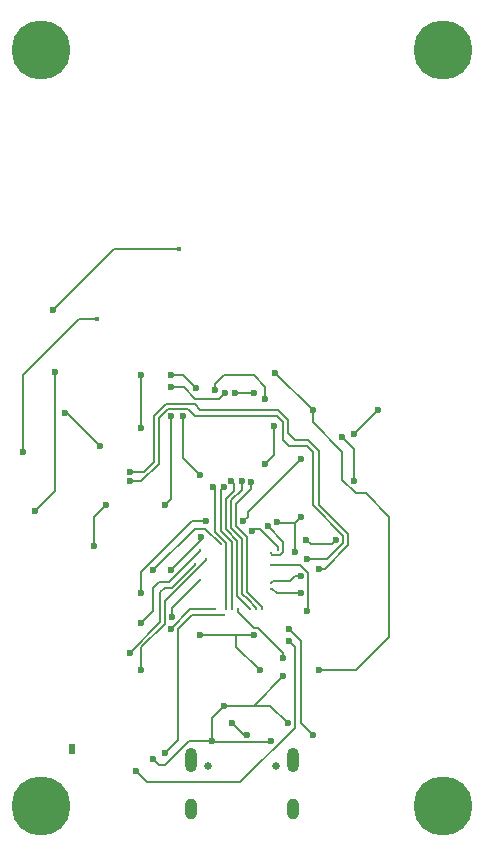
<source format=gbr>
%TF.GenerationSoftware,KiCad,Pcbnew,9.0.3*%
%TF.CreationDate,2025-07-18T22:25:21-07:00*%
%TF.ProjectId,kikard,6b696b61-7264-42e6-9b69-6361645f7063,rev?*%
%TF.SameCoordinates,Original*%
%TF.FileFunction,Copper,L2,Bot*%
%TF.FilePolarity,Positive*%
%FSLAX46Y46*%
G04 Gerber Fmt 4.6, Leading zero omitted, Abs format (unit mm)*
G04 Created by KiCad (PCBNEW 9.0.3) date 2025-07-18 22:25:21*
%MOMM*%
%LPD*%
G01*
G04 APERTURE LIST*
%TA.AperFunction,ComponentPad*%
%ADD10C,5.000000*%
%TD*%
%TA.AperFunction,ComponentPad*%
%ADD11C,0.400000*%
%TD*%
%TA.AperFunction,ComponentPad*%
%ADD12C,0.650000*%
%TD*%
%TA.AperFunction,ComponentPad*%
%ADD13O,1.000000X2.100000*%
%TD*%
%TA.AperFunction,ComponentPad*%
%ADD14O,1.000000X1.800000*%
%TD*%
%TA.AperFunction,ComponentPad*%
%ADD15R,0.500000X0.900000*%
%TD*%
%TA.AperFunction,ViaPad*%
%ADD16C,0.600000*%
%TD*%
%TA.AperFunction,ViaPad*%
%ADD17C,0.250000*%
%TD*%
%TA.AperFunction,Conductor*%
%ADD18C,0.200000*%
%TD*%
G04 APERTURE END LIST*
D10*
%TO.P,REF\u002A\u002A,1*%
%TO.N,N/C*%
X237000000Y-147000000D03*
%TD*%
D11*
%TO.P,AE2,1*%
%TO.N,NFC_ANT_1*%
X207700000Y-105800000D03*
%TO.P,AE2,2*%
%TO.N,NFC_ANT_2*%
X214700000Y-99800000D03*
%TD*%
D10*
%TO.P,REF\u002A\u002A,1*%
%TO.N,N/C*%
X203000000Y-83000000D03*
%TD*%
D12*
%TO.P,USB1,*%
%TO.N,*%
X217110000Y-143615000D03*
X222890000Y-143615000D03*
D13*
%TO.P,USB1,1,SHELL*%
%TO.N,GND*%
X215680000Y-143115000D03*
%TO.P,USB1,2,SHELL*%
X224320000Y-143115000D03*
D14*
%TO.P,USB1,3,SHELL*%
X215680000Y-147265000D03*
%TO.P,USB1,4,SHELL*%
X224320000Y-147265000D03*
%TD*%
D10*
%TO.P,REF\u002A\u002A,1*%
%TO.N,N/C*%
X237000000Y-83000000D03*
%TD*%
D15*
%TO.P,AE1,2,PCB_Trace*%
%TO.N,Net-(AE1-PCB_Trace)*%
X205625000Y-142150000D03*
%TD*%
D10*
%TO.P,REF\u002A\u002A,1*%
%TO.N,N/C*%
X203000000Y-147000000D03*
%TD*%
D16*
%TO.N,GND*%
X222000000Y-118000000D03*
X205000000Y-113680000D03*
X222975735Y-122975735D03*
X222731478Y-114840399D03*
D17*
X218200000Y-124850000D03*
D16*
X224500000Y-125500000D03*
X214000000Y-114000000D03*
X212500000Y-127000000D03*
X208000000Y-116500000D03*
X216500000Y-119000000D03*
X225000000Y-122500000D03*
X213500000Y-121500000D03*
X215000000Y-114000000D03*
%TO.N,NFC_ANT_1*%
X201500000Y-117000000D03*
%TO.N,NFC_ANT_2*%
X204150000Y-110230000D03*
X204000000Y-105000000D03*
X202500000Y-122000000D03*
%TO.N,Net-(U1-DECUSB)*%
X214000000Y-132000000D03*
D17*
X217700000Y-130350000D03*
D16*
%TO.N,VDD3.3v*%
X221000000Y-132500000D03*
X221500000Y-135500000D03*
X216500000Y-132500000D03*
X220100000Y-122900000D03*
X225000000Y-117600000D03*
%TO.N,vusb*%
X217500000Y-141500000D03*
X222500000Y-141500000D03*
X212500000Y-143000000D03*
X218500000Y-138500000D03*
X223900000Y-140000000D03*
X226000000Y-113500000D03*
X223500000Y-136000000D03*
X226500000Y-135500000D03*
X222801735Y-110301735D03*
%TO.N,Net-(U2-VDD_DR)*%
X217750000Y-111750000D03*
X222000000Y-112500000D03*
%TO.N,Net-(U2-VDD_AM)*%
X221000000Y-112000000D03*
X219400000Y-112000000D03*
%TO.N,Net-(U2-XTI)*%
X228500000Y-115758450D03*
X229500000Y-119500000D03*
%TO.N,Net-(U2-XTO)*%
X231500000Y-113500000D03*
X229500000Y-115500000D03*
%TO.N,Net-(U1-XC1)*%
X228000000Y-124500000D03*
X225455000Y-124455000D03*
D17*
%TO.N,Net-(U1-P0.00{slash}XL1)*%
X216000000Y-126500000D03*
D16*
X210500000Y-134000000D03*
%TO.N,Net-(U1-P0.01{slash}XL2)*%
X211500000Y-135500000D03*
D17*
X216950000Y-126100000D03*
D16*
%TO.N,DCC*%
X217000000Y-122900000D03*
D17*
X223096256Y-125288769D03*
D16*
X211500000Y-129000000D03*
X220869121Y-123717651D03*
%TO.N,Net-(U1-DEC3)*%
X222174265Y-123325735D03*
D17*
X222450000Y-125600000D03*
D16*
%TO.N,Net-(U1-DEC1)*%
X211500000Y-131500000D03*
D17*
X216450000Y-125350000D03*
D16*
%TO.N,Net-(U1-ANT)*%
X225500000Y-130500000D03*
X224000000Y-133000000D03*
D17*
X222450000Y-126600000D03*
D16*
X211000000Y-144000000D03*
%TO.N,ST_RFI2*%
X211500000Y-115000000D03*
X211500000Y-110500000D03*
D17*
%TO.N,RESET*%
X219700000Y-130350000D03*
D16*
X223500000Y-134500000D03*
%TO.N,Net-(U1-DCC)*%
X216540156Y-124218905D03*
X214000000Y-127000000D03*
%TO.N,ST_RFO1*%
X214000000Y-111500000D03*
X218600000Y-112000000D03*
%TO.N,ST_RFO2*%
X214000000Y-110500000D03*
X216124265Y-111624265D03*
D17*
%TO.N,NEOPIXEL_1*%
X218450000Y-130850000D03*
D16*
X213500000Y-142500000D03*
%TO.N,NEOPIXEL_2*%
X224000000Y-132000000D03*
X226000000Y-141000000D03*
%TO.N,NFC_SW*%
X214102000Y-131000000D03*
X207500000Y-125000000D03*
X208500000Y-121500000D03*
D17*
X216450000Y-127850000D03*
D16*
%TO.N,NRF_NFC_1*%
X210500000Y-118699997D03*
X226500000Y-126900000D03*
%TO.N,NRF_NFC_2*%
X210500000Y-119500000D03*
X225500000Y-126100000D03*
D17*
%TO.N,BUTTON_1*%
X222450000Y-128600000D03*
D16*
X225000000Y-129000000D03*
%TO.N,BUTTON_3*%
X225000000Y-127500000D03*
D17*
X222450000Y-128100000D03*
%TO.N,MISO*%
X221700000Y-130350000D03*
D16*
X220786793Y-119529761D03*
%TO.N,SCLK*%
X219114579Y-119487851D03*
D17*
X220700000Y-130350000D03*
%TO.N,CS*%
X219200000Y-130350000D03*
D16*
X218500000Y-120000000D03*
%TO.N,D-*%
X219150000Y-140000000D03*
X220400000Y-141000000D03*
%TO.N,IRQ*%
X217543849Y-119979567D03*
D17*
X218700000Y-130350000D03*
D16*
%TO.N,MOSI*%
X219991063Y-119447187D03*
D17*
X221200000Y-130350000D03*
%TD*%
D18*
%TO.N,vusb*%
X217500000Y-141500000D02*
X215500000Y-141500000D01*
X215500000Y-141500000D02*
X213500000Y-143500000D01*
X213500000Y-143500000D02*
X213000000Y-143500000D01*
X213000000Y-143500000D02*
X212500000Y-143000000D01*
%TO.N,GND*%
X215000000Y-117500000D02*
X215000000Y-114000000D01*
X214000000Y-114000000D02*
X214000000Y-121000000D01*
X223000000Y-123000000D02*
X224500000Y-123000000D01*
X224500000Y-123000000D02*
X224500000Y-125500000D01*
X218200000Y-124850000D02*
X216850000Y-123500000D01*
X222975735Y-122975735D02*
X223000000Y-123000000D01*
X216000000Y-123500000D02*
X212500000Y-127000000D01*
X214000000Y-121000000D02*
X213500000Y-121500000D01*
X215000000Y-117500000D02*
X216500000Y-119000000D01*
X225000000Y-122500000D02*
X224500000Y-123000000D01*
X208000000Y-116500000D02*
X205180000Y-113680000D01*
X222731478Y-114840399D02*
X222731478Y-117268522D01*
X216850000Y-123500000D02*
X216000000Y-123500000D01*
X222731478Y-117268522D02*
X222000000Y-118000000D01*
X205180000Y-113680000D02*
X205000000Y-113680000D01*
%TO.N,NFC_ANT_1*%
X201500000Y-117000000D02*
X201500000Y-110500000D01*
X206200000Y-105800000D02*
X207700000Y-105800000D01*
X201500000Y-110500000D02*
X206200000Y-105800000D01*
%TO.N,NFC_ANT_2*%
X202500000Y-122000000D02*
X204150000Y-120350000D01*
X204150000Y-120350000D02*
X204150000Y-110230000D01*
X209200000Y-99800000D02*
X214700000Y-99800000D01*
X204000000Y-105000000D02*
X209200000Y-99800000D01*
%TO.N,Net-(U1-DECUSB)*%
X217699998Y-130350002D02*
X215649998Y-130350002D01*
X215649998Y-130350002D02*
X214000000Y-132000000D01*
X217700000Y-130350000D02*
X217699998Y-130350002D01*
%TO.N,VDD3.3v*%
X220500000Y-122100000D02*
X225000000Y-117600000D01*
X220500000Y-122500000D02*
X220500000Y-122100000D01*
X219500000Y-132500000D02*
X216500000Y-132500000D01*
X219500000Y-132500000D02*
X219500000Y-133500000D01*
X219500000Y-133500000D02*
X221500000Y-135500000D01*
X220100000Y-122900000D02*
X220500000Y-122500000D01*
X221000000Y-132500000D02*
X219500000Y-132500000D01*
%TO.N,vusb*%
X217500000Y-139500000D02*
X218500000Y-138500000D01*
X229650057Y-120500000D02*
X230500000Y-120500000D01*
X222801735Y-110301735D02*
X226000000Y-113500000D01*
X217601000Y-141601000D02*
X217500000Y-141500000D01*
X226000000Y-113500000D02*
X226000000Y-114500000D01*
X230500000Y-120500000D02*
X232500000Y-122500000D01*
X229650057Y-135500000D02*
X226500000Y-135500000D01*
X223500000Y-136000000D02*
X221000000Y-138500000D01*
X221000000Y-138500000D02*
X218500000Y-138500000D01*
X228500000Y-117000000D02*
X228500000Y-119349943D01*
X232500000Y-122500000D02*
X232500000Y-132650057D01*
X223900000Y-140000000D02*
X222400000Y-138500000D01*
X228500000Y-119349943D02*
X229650057Y-120500000D01*
X226000000Y-114500000D02*
X228500000Y-117000000D01*
X217500000Y-141500000D02*
X217500000Y-139500000D01*
X222500000Y-141500000D02*
X222399000Y-141601000D01*
X222400000Y-138500000D02*
X221000000Y-138500000D01*
X222399000Y-141601000D02*
X217601000Y-141601000D01*
X232500000Y-132650057D02*
X229650057Y-135500000D01*
%TO.N,Net-(U2-VDD_DR)*%
X217750000Y-111250000D02*
X217750000Y-111750000D01*
X218500000Y-110500000D02*
X217750000Y-111250000D01*
X222000000Y-112500000D02*
X222000000Y-111500000D01*
X221000000Y-110500000D02*
X218500000Y-110500000D01*
X222000000Y-111500000D02*
X221000000Y-110500000D01*
%TO.N,Net-(U2-VDD_AM)*%
X219400000Y-112000000D02*
X221000000Y-112000000D01*
%TO.N,Net-(U2-XTI)*%
X228500000Y-115758450D02*
X229500000Y-116758450D01*
X229500000Y-116758450D02*
X229500000Y-119500000D01*
%TO.N,Net-(U2-XTO)*%
X231500000Y-113500000D02*
X229500000Y-115500000D01*
%TO.N,Net-(U1-XC1)*%
X228000000Y-124500000D02*
X227650000Y-124850000D01*
X225850000Y-124850000D02*
X225455000Y-124455000D01*
X227650000Y-124850000D02*
X225850000Y-124850000D01*
%TO.N,Net-(U1-P0.00{slash}XL1)*%
X213101000Y-128899000D02*
X213101000Y-131399000D01*
X216000000Y-126500000D02*
X216000000Y-126550000D01*
X214050000Y-128500000D02*
X213500000Y-128500000D01*
X213500000Y-128500000D02*
X213101000Y-128899000D01*
X216000000Y-126550000D02*
X214050000Y-128500000D01*
X213101000Y-131399000D02*
X210500000Y-134000000D01*
%TO.N,Net-(U1-P0.01{slash}XL2)*%
X211500000Y-133567100D02*
X211500000Y-135500000D01*
X216950000Y-126167100D02*
X214558550Y-128558550D01*
X216950000Y-126100000D02*
X216950000Y-126167100D01*
X213502000Y-131500000D02*
X213502000Y-131565100D01*
X213502000Y-131565100D02*
X211500000Y-133567100D01*
X214558550Y-128558550D02*
X213502000Y-129615100D01*
X213502000Y-129615100D02*
X213502000Y-131500000D01*
%TO.N,DCC*%
X221086772Y-123500000D02*
X220869121Y-123717651D01*
X217000000Y-122900000D02*
X215750057Y-122900000D01*
X221500000Y-123500000D02*
X221086772Y-123500000D01*
X211500000Y-127150057D02*
X211500000Y-129000000D01*
X215750057Y-122900000D02*
X211500000Y-127150057D01*
X223096256Y-125288769D02*
X223096256Y-125096256D01*
X223096256Y-125096256D02*
X221500000Y-123500000D01*
%TO.N,Net-(U1-DEC3)*%
X223522256Y-124673726D02*
X223522256Y-125465224D01*
X223249980Y-125737500D02*
X222587500Y-125737500D01*
X222174265Y-123325735D02*
X223522256Y-124673726D01*
X222587500Y-125737500D02*
X222450000Y-125600000D01*
X223522256Y-125465224D02*
X223249980Y-125737500D01*
%TO.N,Net-(U1-DEC1)*%
X211500000Y-131500000D02*
X212500000Y-130500000D01*
X213000000Y-128000000D02*
X213849943Y-128000000D01*
X213849943Y-128000000D02*
X216450000Y-125399943D01*
X212500000Y-128500000D02*
X213000000Y-128000000D01*
X216450000Y-125399943D02*
X216450000Y-125350000D01*
X212500000Y-130500000D02*
X212500000Y-128500000D01*
%TO.N,Net-(U1-ANT)*%
X225601000Y-127251057D02*
X225601000Y-130399000D01*
X224500000Y-133500000D02*
X224500000Y-140349943D01*
X219849943Y-145000000D02*
X215000000Y-145000000D01*
X222450000Y-126600000D02*
X224949943Y-126600000D01*
X224500000Y-140349943D02*
X219849943Y-145000000D01*
X212000000Y-145000000D02*
X211000000Y-144000000D01*
X224949943Y-126600000D02*
X225601000Y-127251057D01*
X225601000Y-130399000D02*
X225500000Y-130500000D01*
X215000000Y-145000000D02*
X212000000Y-145000000D01*
X224000000Y-133000000D02*
X224500000Y-133500000D01*
%TO.N,ST_RFI2*%
X211500000Y-115000000D02*
X211500000Y-110500000D01*
%TO.N,RESET*%
X223500000Y-134000000D02*
X221399000Y-131899000D01*
X221399000Y-131899000D02*
X221000000Y-131899000D01*
X221000000Y-131899000D02*
X219700000Y-130599000D01*
X223500000Y-134500000D02*
X223500000Y-134000000D01*
X219700000Y-130599000D02*
X219700000Y-130350000D01*
%TO.N,Net-(U1-DCC)*%
X216540156Y-124459844D02*
X214000000Y-127000000D01*
X216540156Y-124218905D02*
X216540156Y-124459844D01*
%TO.N,ST_RFO1*%
X216067100Y-112500000D02*
X218100000Y-112500000D01*
X214000000Y-111500000D02*
X215067100Y-111500000D01*
X218100000Y-112500000D02*
X218600000Y-112000000D01*
X215067100Y-111500000D02*
X216067100Y-112500000D01*
%TO.N,ST_RFO2*%
X215000000Y-110500000D02*
X216124265Y-111624265D01*
X214000000Y-110500000D02*
X215000000Y-110500000D01*
%TO.N,NEOPIXEL_1*%
X218450000Y-130850000D02*
X215751000Y-130850000D01*
X215751000Y-130850000D02*
X214601000Y-132000000D01*
X214601000Y-132000000D02*
X214601000Y-141399000D01*
X214601000Y-141399000D02*
X213500000Y-142500000D01*
%TO.N,NEOPIXEL_2*%
X225000000Y-140000000D02*
X225000000Y-139000000D01*
X226000000Y-141000000D02*
X225000000Y-140000000D01*
X225000000Y-139000000D02*
X225000000Y-133000000D01*
X225000000Y-133000000D02*
X224000000Y-132000000D01*
%TO.N,NFC_SW*%
X216450000Y-127850000D02*
X214102000Y-130198000D01*
X207500000Y-125000000D02*
X207500000Y-122500000D01*
X214102000Y-130198000D02*
X214102000Y-131000000D01*
X207500000Y-122500000D02*
X208500000Y-121500000D01*
%TO.N,NRF_NFC_1*%
X223067100Y-113500000D02*
X216500000Y-113500000D01*
X215998000Y-112998000D02*
X213584957Y-112998000D01*
X223901000Y-114333900D02*
X223067100Y-113500000D01*
X211716450Y-118716450D02*
X211699997Y-118699997D01*
X224500000Y-116000000D02*
X223901000Y-115401000D01*
X223901000Y-115401000D02*
X223901000Y-114500000D01*
X225567100Y-116000000D02*
X224500000Y-116000000D01*
X216500000Y-113500000D02*
X215998000Y-112998000D01*
X229002000Y-123934900D02*
X226533550Y-121466450D01*
X226533550Y-116966450D02*
X225567100Y-116000000D01*
X213584957Y-112998000D02*
X212599000Y-113983957D01*
X227017043Y-126900000D02*
X229002000Y-124915043D01*
X212599000Y-113983957D02*
X212599000Y-117833900D01*
X226533550Y-121466450D02*
X226533550Y-116966450D01*
X229002000Y-124915043D02*
X229002000Y-123934900D01*
X211699997Y-118699997D02*
X210500000Y-118699997D01*
X212599000Y-117833900D02*
X211716450Y-118716450D01*
X226500000Y-126900000D02*
X227017043Y-126900000D01*
X223901000Y-114500000D02*
X223901000Y-114333900D01*
%TO.N,NRF_NFC_2*%
X213000000Y-114150057D02*
X213000000Y-118000000D01*
X223500000Y-116000000D02*
X223500000Y-114500000D01*
X215399000Y-113399000D02*
X214500000Y-113399000D01*
X213000000Y-118000000D02*
X211500000Y-119500000D01*
X216000000Y-114000000D02*
X215500000Y-113500000D01*
X215500000Y-113500000D02*
X215399000Y-113399000D01*
X223500000Y-114500000D02*
X223000000Y-114000000D01*
X214500000Y-113399000D02*
X213751057Y-113399000D01*
X224000000Y-116500000D02*
X223500000Y-116000000D01*
X211500000Y-119500000D02*
X210500000Y-119500000D01*
X225500000Y-116500000D02*
X224000000Y-116500000D01*
X226000000Y-117000000D02*
X225500000Y-116500000D01*
X227249943Y-126100000D02*
X228601000Y-124748943D01*
X213751057Y-113399000D02*
X213000000Y-114150057D01*
X228601000Y-124748943D02*
X228601000Y-124101000D01*
X228601000Y-124101000D02*
X226000000Y-121500000D01*
X226000000Y-121500000D02*
X226000000Y-117000000D01*
X225500000Y-126100000D02*
X227249943Y-126100000D01*
X216500000Y-114000000D02*
X216000000Y-114000000D01*
X223000000Y-114000000D02*
X216500000Y-114000000D01*
%TO.N,BUTTON_1*%
X222548436Y-128600000D02*
X222948436Y-129000000D01*
X222450000Y-128600000D02*
X222548436Y-128600000D01*
X222948436Y-129000000D02*
X225000000Y-129000000D01*
%TO.N,BUTTON_3*%
X222625000Y-127925000D02*
X222450000Y-128100000D01*
X225000000Y-127500000D02*
X224500000Y-127500000D01*
X224500000Y-127500000D02*
X224075000Y-127925000D01*
X224075000Y-127925000D02*
X222625000Y-127925000D01*
%TO.N,MISO*%
X220403000Y-124182145D02*
X219610427Y-123389572D01*
X220786793Y-120110752D02*
X220786793Y-119529761D01*
X220403000Y-128835900D02*
X220403000Y-124514345D01*
X219500000Y-123279145D02*
X219500000Y-122000000D01*
X220403000Y-124514345D02*
X220403000Y-124182145D01*
X219500000Y-122000000D02*
X219500000Y-121397545D01*
X221700000Y-130350000D02*
X221700000Y-130132900D01*
X221700000Y-130132900D02*
X220403000Y-128835900D01*
X219610427Y-123389572D02*
X219500000Y-123279145D01*
X219500000Y-121397545D02*
X220786793Y-120110752D01*
%TO.N,SCLK*%
X219601000Y-129251000D02*
X219601000Y-125000000D01*
X218793327Y-123706672D02*
X218660777Y-123574122D01*
X218660777Y-123574122D02*
X218660777Y-121000000D01*
X219601000Y-124514345D02*
X218793327Y-123706672D01*
X220700000Y-130350000D02*
X219601000Y-129251000D01*
X218660777Y-121000000D02*
X219300003Y-120360774D01*
X219300003Y-119673275D02*
X219114579Y-119487851D01*
X219300003Y-120360774D02*
X219300003Y-119673275D01*
X219601000Y-125000000D02*
X219601000Y-124514345D01*
%TO.N,CS*%
X218259777Y-123740222D02*
X218259777Y-120240223D01*
X218259777Y-120240223D02*
X218500000Y-120000000D01*
X219200000Y-124680445D02*
X218259777Y-123740222D01*
X219200000Y-130350000D02*
X219200000Y-124680445D01*
%TO.N,D-*%
X220400000Y-141000000D02*
X220150000Y-141000000D01*
X220150000Y-141000000D02*
X219150000Y-140000000D01*
%TO.N,IRQ*%
X218700000Y-130350000D02*
X218700000Y-124747545D01*
X217708550Y-120144268D02*
X217543849Y-119979567D01*
X217743905Y-123791450D02*
X217708550Y-123791450D01*
X218700000Y-124747545D02*
X217743905Y-123791450D01*
X217708550Y-123791450D02*
X217708550Y-120144268D01*
%TO.N,MOSI*%
X221200000Y-130350000D02*
X221200000Y-130200000D01*
X219061777Y-121166100D02*
X219113939Y-121113938D01*
X221200000Y-130200000D02*
X220500000Y-129500000D01*
X220500000Y-129500000D02*
X220002000Y-129002000D01*
X219991063Y-120236814D02*
X219991063Y-119447187D01*
X219113939Y-121113938D02*
X219991063Y-120236814D01*
X220002000Y-129002000D02*
X220002000Y-125000000D01*
X220002000Y-124348245D02*
X219576877Y-123923122D01*
X219061777Y-123408022D02*
X219061777Y-121166100D01*
X220002000Y-125000000D02*
X220002000Y-124348245D01*
X219076877Y-123423122D02*
X219061777Y-123408022D01*
X219576877Y-123923122D02*
X219076877Y-123423122D01*
%TD*%
M02*

</source>
